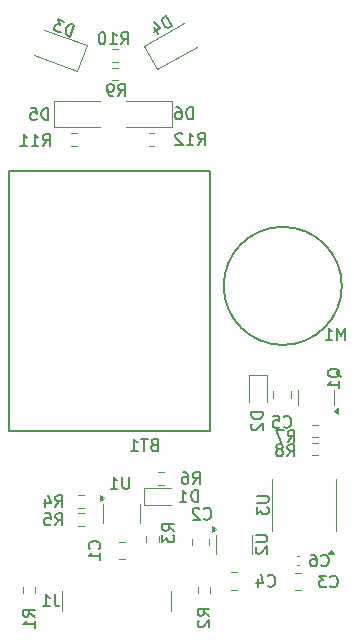
<source format=gbr>
%TF.GenerationSoftware,KiCad,Pcbnew,8.0.4*%
%TF.CreationDate,2024-07-30T22:23:39+03:00*%
%TF.ProjectId,purrChash,70757272-4368-4617-9368-2e6b69636164,rev?*%
%TF.SameCoordinates,Original*%
%TF.FileFunction,Legend,Bot*%
%TF.FilePolarity,Positive*%
%FSLAX46Y46*%
G04 Gerber Fmt 4.6, Leading zero omitted, Abs format (unit mm)*
G04 Created by KiCad (PCBNEW 8.0.4) date 2024-07-30 22:23:39*
%MOMM*%
%LPD*%
G01*
G04 APERTURE LIST*
%ADD10C,0.150000*%
%ADD11C,0.120000*%
G04 APERTURE END LIST*
D10*
X18660000Y-41980000D02*
X35660000Y-41980000D01*
X35660000Y-63980000D01*
X18660000Y-63980000D01*
X18660000Y-41980000D01*
X46810000Y-51700000D02*
G75*
G02*
X36810000Y-51700000I-5000000J0D01*
G01*
X36810000Y-51700000D02*
G75*
G02*
X46810000Y-51700000I5000000J0D01*
G01*
X45066666Y-75359580D02*
X45114285Y-75407200D01*
X45114285Y-75407200D02*
X45257142Y-75454819D01*
X45257142Y-75454819D02*
X45352380Y-75454819D01*
X45352380Y-75454819D02*
X45495237Y-75407200D01*
X45495237Y-75407200D02*
X45590475Y-75311961D01*
X45590475Y-75311961D02*
X45638094Y-75216723D01*
X45638094Y-75216723D02*
X45685713Y-75026247D01*
X45685713Y-75026247D02*
X45685713Y-74883390D01*
X45685713Y-74883390D02*
X45638094Y-74692914D01*
X45638094Y-74692914D02*
X45590475Y-74597676D01*
X45590475Y-74597676D02*
X45495237Y-74502438D01*
X45495237Y-74502438D02*
X45352380Y-74454819D01*
X45352380Y-74454819D02*
X45257142Y-74454819D01*
X45257142Y-74454819D02*
X45114285Y-74502438D01*
X45114285Y-74502438D02*
X45066666Y-74550057D01*
X44209523Y-74454819D02*
X44399999Y-74454819D01*
X44399999Y-74454819D02*
X44495237Y-74502438D01*
X44495237Y-74502438D02*
X44542856Y-74550057D01*
X44542856Y-74550057D02*
X44638094Y-74692914D01*
X44638094Y-74692914D02*
X44685713Y-74883390D01*
X44685713Y-74883390D02*
X44685713Y-75264342D01*
X44685713Y-75264342D02*
X44638094Y-75359580D01*
X44638094Y-75359580D02*
X44590475Y-75407200D01*
X44590475Y-75407200D02*
X44495237Y-75454819D01*
X44495237Y-75454819D02*
X44304761Y-75454819D01*
X44304761Y-75454819D02*
X44209523Y-75407200D01*
X44209523Y-75407200D02*
X44161904Y-75359580D01*
X44161904Y-75359580D02*
X44114285Y-75264342D01*
X44114285Y-75264342D02*
X44114285Y-75026247D01*
X44114285Y-75026247D02*
X44161904Y-74931009D01*
X44161904Y-74931009D02*
X44209523Y-74883390D01*
X44209523Y-74883390D02*
X44304761Y-74835771D01*
X44304761Y-74835771D02*
X44495237Y-74835771D01*
X44495237Y-74835771D02*
X44590475Y-74883390D01*
X44590475Y-74883390D02*
X44638094Y-74931009D01*
X44638094Y-74931009D02*
X44685713Y-75026247D01*
X39512319Y-72808095D02*
X40321842Y-72808095D01*
X40321842Y-72808095D02*
X40417080Y-72855714D01*
X40417080Y-72855714D02*
X40464700Y-72903333D01*
X40464700Y-72903333D02*
X40512319Y-72998571D01*
X40512319Y-72998571D02*
X40512319Y-73189047D01*
X40512319Y-73189047D02*
X40464700Y-73284285D01*
X40464700Y-73284285D02*
X40417080Y-73331904D01*
X40417080Y-73331904D02*
X40321842Y-73379523D01*
X40321842Y-73379523D02*
X39512319Y-73379523D01*
X39607557Y-73808095D02*
X39559938Y-73855714D01*
X39559938Y-73855714D02*
X39512319Y-73950952D01*
X39512319Y-73950952D02*
X39512319Y-74189047D01*
X39512319Y-74189047D02*
X39559938Y-74284285D01*
X39559938Y-74284285D02*
X39607557Y-74331904D01*
X39607557Y-74331904D02*
X39702795Y-74379523D01*
X39702795Y-74379523D02*
X39798033Y-74379523D01*
X39798033Y-74379523D02*
X39940890Y-74331904D01*
X39940890Y-74331904D02*
X40512319Y-73760476D01*
X40512319Y-73760476D02*
X40512319Y-74379523D01*
X21502857Y-39854819D02*
X21836190Y-39378628D01*
X22074285Y-39854819D02*
X22074285Y-38854819D01*
X22074285Y-38854819D02*
X21693333Y-38854819D01*
X21693333Y-38854819D02*
X21598095Y-38902438D01*
X21598095Y-38902438D02*
X21550476Y-38950057D01*
X21550476Y-38950057D02*
X21502857Y-39045295D01*
X21502857Y-39045295D02*
X21502857Y-39188152D01*
X21502857Y-39188152D02*
X21550476Y-39283390D01*
X21550476Y-39283390D02*
X21598095Y-39331009D01*
X21598095Y-39331009D02*
X21693333Y-39378628D01*
X21693333Y-39378628D02*
X22074285Y-39378628D01*
X20550476Y-39854819D02*
X21121904Y-39854819D01*
X20836190Y-39854819D02*
X20836190Y-38854819D01*
X20836190Y-38854819D02*
X20931428Y-38997676D01*
X20931428Y-38997676D02*
X21026666Y-39092914D01*
X21026666Y-39092914D02*
X21121904Y-39140533D01*
X19598095Y-39854819D02*
X20169523Y-39854819D01*
X19883809Y-39854819D02*
X19883809Y-38854819D01*
X19883809Y-38854819D02*
X19979047Y-38997676D01*
X19979047Y-38997676D02*
X20074285Y-39092914D01*
X20074285Y-39092914D02*
X20169523Y-39140533D01*
X28801904Y-67874819D02*
X28801904Y-68684342D01*
X28801904Y-68684342D02*
X28754285Y-68779580D01*
X28754285Y-68779580D02*
X28706666Y-68827200D01*
X28706666Y-68827200D02*
X28611428Y-68874819D01*
X28611428Y-68874819D02*
X28420952Y-68874819D01*
X28420952Y-68874819D02*
X28325714Y-68827200D01*
X28325714Y-68827200D02*
X28278095Y-68779580D01*
X28278095Y-68779580D02*
X28230476Y-68684342D01*
X28230476Y-68684342D02*
X28230476Y-67874819D01*
X27230476Y-68874819D02*
X27801904Y-68874819D01*
X27516190Y-68874819D02*
X27516190Y-67874819D01*
X27516190Y-67874819D02*
X27611428Y-68017676D01*
X27611428Y-68017676D02*
X27706666Y-68112914D01*
X27706666Y-68112914D02*
X27801904Y-68160533D01*
X35594819Y-79653333D02*
X35118628Y-79320000D01*
X35594819Y-79081905D02*
X34594819Y-79081905D01*
X34594819Y-79081905D02*
X34594819Y-79462857D01*
X34594819Y-79462857D02*
X34642438Y-79558095D01*
X34642438Y-79558095D02*
X34690057Y-79605714D01*
X34690057Y-79605714D02*
X34785295Y-79653333D01*
X34785295Y-79653333D02*
X34928152Y-79653333D01*
X34928152Y-79653333D02*
X35023390Y-79605714D01*
X35023390Y-79605714D02*
X35071009Y-79558095D01*
X35071009Y-79558095D02*
X35118628Y-79462857D01*
X35118628Y-79462857D02*
X35118628Y-79081905D01*
X34690057Y-80034286D02*
X34642438Y-80081905D01*
X34642438Y-80081905D02*
X34594819Y-80177143D01*
X34594819Y-80177143D02*
X34594819Y-80415238D01*
X34594819Y-80415238D02*
X34642438Y-80510476D01*
X34642438Y-80510476D02*
X34690057Y-80558095D01*
X34690057Y-80558095D02*
X34785295Y-80605714D01*
X34785295Y-80605714D02*
X34880533Y-80605714D01*
X34880533Y-80605714D02*
X35023390Y-80558095D01*
X35023390Y-80558095D02*
X35594819Y-79986667D01*
X35594819Y-79986667D02*
X35594819Y-80605714D01*
X47109523Y-56264819D02*
X47109523Y-55264819D01*
X47109523Y-55264819D02*
X46776190Y-55979104D01*
X46776190Y-55979104D02*
X46442857Y-55264819D01*
X46442857Y-55264819D02*
X46442857Y-56264819D01*
X45442857Y-56264819D02*
X46014285Y-56264819D01*
X45728571Y-56264819D02*
X45728571Y-55264819D01*
X45728571Y-55264819D02*
X45823809Y-55407676D01*
X45823809Y-55407676D02*
X45919047Y-55502914D01*
X45919047Y-55502914D02*
X46014285Y-55550533D01*
X22493333Y-77814819D02*
X22493333Y-78529104D01*
X22493333Y-78529104D02*
X22540952Y-78671961D01*
X22540952Y-78671961D02*
X22636190Y-78767200D01*
X22636190Y-78767200D02*
X22779047Y-78814819D01*
X22779047Y-78814819D02*
X22874285Y-78814819D01*
X21493333Y-78814819D02*
X22064761Y-78814819D01*
X21779047Y-78814819D02*
X21779047Y-77814819D01*
X21779047Y-77814819D02*
X21874285Y-77957676D01*
X21874285Y-77957676D02*
X21969523Y-78052914D01*
X21969523Y-78052914D02*
X22064761Y-78100533D01*
X21948094Y-37634819D02*
X21948094Y-36634819D01*
X21948094Y-36634819D02*
X21709999Y-36634819D01*
X21709999Y-36634819D02*
X21567142Y-36682438D01*
X21567142Y-36682438D02*
X21471904Y-36777676D01*
X21471904Y-36777676D02*
X21424285Y-36872914D01*
X21424285Y-36872914D02*
X21376666Y-37063390D01*
X21376666Y-37063390D02*
X21376666Y-37206247D01*
X21376666Y-37206247D02*
X21424285Y-37396723D01*
X21424285Y-37396723D02*
X21471904Y-37491961D01*
X21471904Y-37491961D02*
X21567142Y-37587200D01*
X21567142Y-37587200D02*
X21709999Y-37634819D01*
X21709999Y-37634819D02*
X21948094Y-37634819D01*
X20471904Y-36634819D02*
X20948094Y-36634819D01*
X20948094Y-36634819D02*
X20995713Y-37111009D01*
X20995713Y-37111009D02*
X20948094Y-37063390D01*
X20948094Y-37063390D02*
X20852856Y-37015771D01*
X20852856Y-37015771D02*
X20614761Y-37015771D01*
X20614761Y-37015771D02*
X20519523Y-37063390D01*
X20519523Y-37063390D02*
X20471904Y-37111009D01*
X20471904Y-37111009D02*
X20424285Y-37206247D01*
X20424285Y-37206247D02*
X20424285Y-37444342D01*
X20424285Y-37444342D02*
X20471904Y-37539580D01*
X20471904Y-37539580D02*
X20519523Y-37587200D01*
X20519523Y-37587200D02*
X20614761Y-37634819D01*
X20614761Y-37634819D02*
X20852856Y-37634819D01*
X20852856Y-37634819D02*
X20948094Y-37587200D01*
X20948094Y-37587200D02*
X20995713Y-37539580D01*
X30905714Y-65131009D02*
X30762857Y-65178628D01*
X30762857Y-65178628D02*
X30715238Y-65226247D01*
X30715238Y-65226247D02*
X30667619Y-65321485D01*
X30667619Y-65321485D02*
X30667619Y-65464342D01*
X30667619Y-65464342D02*
X30715238Y-65559580D01*
X30715238Y-65559580D02*
X30762857Y-65607200D01*
X30762857Y-65607200D02*
X30858095Y-65654819D01*
X30858095Y-65654819D02*
X31239047Y-65654819D01*
X31239047Y-65654819D02*
X31239047Y-64654819D01*
X31239047Y-64654819D02*
X30905714Y-64654819D01*
X30905714Y-64654819D02*
X30810476Y-64702438D01*
X30810476Y-64702438D02*
X30762857Y-64750057D01*
X30762857Y-64750057D02*
X30715238Y-64845295D01*
X30715238Y-64845295D02*
X30715238Y-64940533D01*
X30715238Y-64940533D02*
X30762857Y-65035771D01*
X30762857Y-65035771D02*
X30810476Y-65083390D01*
X30810476Y-65083390D02*
X30905714Y-65131009D01*
X30905714Y-65131009D02*
X31239047Y-65131009D01*
X30381904Y-64654819D02*
X29810476Y-64654819D01*
X30096190Y-65654819D02*
X30096190Y-64654819D01*
X28953333Y-65654819D02*
X29524761Y-65654819D01*
X29239047Y-65654819D02*
X29239047Y-64654819D01*
X29239047Y-64654819D02*
X29334285Y-64797676D01*
X29334285Y-64797676D02*
X29429523Y-64892914D01*
X29429523Y-64892914D02*
X29524761Y-64940533D01*
X22566666Y-71958819D02*
X22899999Y-71482628D01*
X23138094Y-71958819D02*
X23138094Y-70958819D01*
X23138094Y-70958819D02*
X22757142Y-70958819D01*
X22757142Y-70958819D02*
X22661904Y-71006438D01*
X22661904Y-71006438D02*
X22614285Y-71054057D01*
X22614285Y-71054057D02*
X22566666Y-71149295D01*
X22566666Y-71149295D02*
X22566666Y-71292152D01*
X22566666Y-71292152D02*
X22614285Y-71387390D01*
X22614285Y-71387390D02*
X22661904Y-71435009D01*
X22661904Y-71435009D02*
X22757142Y-71482628D01*
X22757142Y-71482628D02*
X23138094Y-71482628D01*
X21661904Y-70958819D02*
X22138094Y-70958819D01*
X22138094Y-70958819D02*
X22185713Y-71435009D01*
X22185713Y-71435009D02*
X22138094Y-71387390D01*
X22138094Y-71387390D02*
X22042856Y-71339771D01*
X22042856Y-71339771D02*
X21804761Y-71339771D01*
X21804761Y-71339771D02*
X21709523Y-71387390D01*
X21709523Y-71387390D02*
X21661904Y-71435009D01*
X21661904Y-71435009D02*
X21614285Y-71530247D01*
X21614285Y-71530247D02*
X21614285Y-71768342D01*
X21614285Y-71768342D02*
X21661904Y-71863580D01*
X21661904Y-71863580D02*
X21709523Y-71911200D01*
X21709523Y-71911200D02*
X21804761Y-71958819D01*
X21804761Y-71958819D02*
X22042856Y-71958819D01*
X22042856Y-71958819D02*
X22138094Y-71911200D01*
X22138094Y-71911200D02*
X22185713Y-71863580D01*
X34632857Y-39764819D02*
X34966190Y-39288628D01*
X35204285Y-39764819D02*
X35204285Y-38764819D01*
X35204285Y-38764819D02*
X34823333Y-38764819D01*
X34823333Y-38764819D02*
X34728095Y-38812438D01*
X34728095Y-38812438D02*
X34680476Y-38860057D01*
X34680476Y-38860057D02*
X34632857Y-38955295D01*
X34632857Y-38955295D02*
X34632857Y-39098152D01*
X34632857Y-39098152D02*
X34680476Y-39193390D01*
X34680476Y-39193390D02*
X34728095Y-39241009D01*
X34728095Y-39241009D02*
X34823333Y-39288628D01*
X34823333Y-39288628D02*
X35204285Y-39288628D01*
X33680476Y-39764819D02*
X34251904Y-39764819D01*
X33966190Y-39764819D02*
X33966190Y-38764819D01*
X33966190Y-38764819D02*
X34061428Y-38907676D01*
X34061428Y-38907676D02*
X34156666Y-39002914D01*
X34156666Y-39002914D02*
X34251904Y-39050533D01*
X33299523Y-38860057D02*
X33251904Y-38812438D01*
X33251904Y-38812438D02*
X33156666Y-38764819D01*
X33156666Y-38764819D02*
X32918571Y-38764819D01*
X32918571Y-38764819D02*
X32823333Y-38812438D01*
X32823333Y-38812438D02*
X32775714Y-38860057D01*
X32775714Y-38860057D02*
X32728095Y-38955295D01*
X32728095Y-38955295D02*
X32728095Y-39050533D01*
X32728095Y-39050533D02*
X32775714Y-39193390D01*
X32775714Y-39193390D02*
X33347142Y-39764819D01*
X33347142Y-39764819D02*
X32728095Y-39764819D01*
X26269580Y-73943333D02*
X26317200Y-73895714D01*
X26317200Y-73895714D02*
X26364819Y-73752857D01*
X26364819Y-73752857D02*
X26364819Y-73657619D01*
X26364819Y-73657619D02*
X26317200Y-73514762D01*
X26317200Y-73514762D02*
X26221961Y-73419524D01*
X26221961Y-73419524D02*
X26126723Y-73371905D01*
X26126723Y-73371905D02*
X25936247Y-73324286D01*
X25936247Y-73324286D02*
X25793390Y-73324286D01*
X25793390Y-73324286D02*
X25602914Y-73371905D01*
X25602914Y-73371905D02*
X25507676Y-73419524D01*
X25507676Y-73419524D02*
X25412438Y-73514762D01*
X25412438Y-73514762D02*
X25364819Y-73657619D01*
X25364819Y-73657619D02*
X25364819Y-73752857D01*
X25364819Y-73752857D02*
X25412438Y-73895714D01*
X25412438Y-73895714D02*
X25460057Y-73943333D01*
X26364819Y-74895714D02*
X26364819Y-74324286D01*
X26364819Y-74610000D02*
X25364819Y-74610000D01*
X25364819Y-74610000D02*
X25507676Y-74514762D01*
X25507676Y-74514762D02*
X25602914Y-74419524D01*
X25602914Y-74419524D02*
X25650533Y-74324286D01*
X35126666Y-71389580D02*
X35174285Y-71437200D01*
X35174285Y-71437200D02*
X35317142Y-71484819D01*
X35317142Y-71484819D02*
X35412380Y-71484819D01*
X35412380Y-71484819D02*
X35555237Y-71437200D01*
X35555237Y-71437200D02*
X35650475Y-71341961D01*
X35650475Y-71341961D02*
X35698094Y-71246723D01*
X35698094Y-71246723D02*
X35745713Y-71056247D01*
X35745713Y-71056247D02*
X35745713Y-70913390D01*
X35745713Y-70913390D02*
X35698094Y-70722914D01*
X35698094Y-70722914D02*
X35650475Y-70627676D01*
X35650475Y-70627676D02*
X35555237Y-70532438D01*
X35555237Y-70532438D02*
X35412380Y-70484819D01*
X35412380Y-70484819D02*
X35317142Y-70484819D01*
X35317142Y-70484819D02*
X35174285Y-70532438D01*
X35174285Y-70532438D02*
X35126666Y-70580057D01*
X34745713Y-70580057D02*
X34698094Y-70532438D01*
X34698094Y-70532438D02*
X34602856Y-70484819D01*
X34602856Y-70484819D02*
X34364761Y-70484819D01*
X34364761Y-70484819D02*
X34269523Y-70532438D01*
X34269523Y-70532438D02*
X34221904Y-70580057D01*
X34221904Y-70580057D02*
X34174285Y-70675295D01*
X34174285Y-70675295D02*
X34174285Y-70770533D01*
X34174285Y-70770533D02*
X34221904Y-70913390D01*
X34221904Y-70913390D02*
X34793332Y-71484819D01*
X34793332Y-71484819D02*
X34174285Y-71484819D01*
X45836666Y-77129580D02*
X45884285Y-77177200D01*
X45884285Y-77177200D02*
X46027142Y-77224819D01*
X46027142Y-77224819D02*
X46122380Y-77224819D01*
X46122380Y-77224819D02*
X46265237Y-77177200D01*
X46265237Y-77177200D02*
X46360475Y-77081961D01*
X46360475Y-77081961D02*
X46408094Y-76986723D01*
X46408094Y-76986723D02*
X46455713Y-76796247D01*
X46455713Y-76796247D02*
X46455713Y-76653390D01*
X46455713Y-76653390D02*
X46408094Y-76462914D01*
X46408094Y-76462914D02*
X46360475Y-76367676D01*
X46360475Y-76367676D02*
X46265237Y-76272438D01*
X46265237Y-76272438D02*
X46122380Y-76224819D01*
X46122380Y-76224819D02*
X46027142Y-76224819D01*
X46027142Y-76224819D02*
X45884285Y-76272438D01*
X45884285Y-76272438D02*
X45836666Y-76320057D01*
X45503332Y-76224819D02*
X44884285Y-76224819D01*
X44884285Y-76224819D02*
X45217618Y-76605771D01*
X45217618Y-76605771D02*
X45074761Y-76605771D01*
X45074761Y-76605771D02*
X44979523Y-76653390D01*
X44979523Y-76653390D02*
X44931904Y-76701009D01*
X44931904Y-76701009D02*
X44884285Y-76796247D01*
X44884285Y-76796247D02*
X44884285Y-77034342D01*
X44884285Y-77034342D02*
X44931904Y-77129580D01*
X44931904Y-77129580D02*
X44979523Y-77177200D01*
X44979523Y-77177200D02*
X45074761Y-77224819D01*
X45074761Y-77224819D02*
X45360475Y-77224819D01*
X45360475Y-77224819D02*
X45455713Y-77177200D01*
X45455713Y-77177200D02*
X45503332Y-77129580D01*
X42206666Y-66114819D02*
X42539999Y-65638628D01*
X42778094Y-66114819D02*
X42778094Y-65114819D01*
X42778094Y-65114819D02*
X42397142Y-65114819D01*
X42397142Y-65114819D02*
X42301904Y-65162438D01*
X42301904Y-65162438D02*
X42254285Y-65210057D01*
X42254285Y-65210057D02*
X42206666Y-65305295D01*
X42206666Y-65305295D02*
X42206666Y-65448152D01*
X42206666Y-65448152D02*
X42254285Y-65543390D01*
X42254285Y-65543390D02*
X42301904Y-65591009D01*
X42301904Y-65591009D02*
X42397142Y-65638628D01*
X42397142Y-65638628D02*
X42778094Y-65638628D01*
X41635237Y-65543390D02*
X41730475Y-65495771D01*
X41730475Y-65495771D02*
X41778094Y-65448152D01*
X41778094Y-65448152D02*
X41825713Y-65352914D01*
X41825713Y-65352914D02*
X41825713Y-65305295D01*
X41825713Y-65305295D02*
X41778094Y-65210057D01*
X41778094Y-65210057D02*
X41730475Y-65162438D01*
X41730475Y-65162438D02*
X41635237Y-65114819D01*
X41635237Y-65114819D02*
X41444761Y-65114819D01*
X41444761Y-65114819D02*
X41349523Y-65162438D01*
X41349523Y-65162438D02*
X41301904Y-65210057D01*
X41301904Y-65210057D02*
X41254285Y-65305295D01*
X41254285Y-65305295D02*
X41254285Y-65352914D01*
X41254285Y-65352914D02*
X41301904Y-65448152D01*
X41301904Y-65448152D02*
X41349523Y-65495771D01*
X41349523Y-65495771D02*
X41444761Y-65543390D01*
X41444761Y-65543390D02*
X41635237Y-65543390D01*
X41635237Y-65543390D02*
X41730475Y-65591009D01*
X41730475Y-65591009D02*
X41778094Y-65638628D01*
X41778094Y-65638628D02*
X41825713Y-65733866D01*
X41825713Y-65733866D02*
X41825713Y-65924342D01*
X41825713Y-65924342D02*
X41778094Y-66019580D01*
X41778094Y-66019580D02*
X41730475Y-66067200D01*
X41730475Y-66067200D02*
X41635237Y-66114819D01*
X41635237Y-66114819D02*
X41444761Y-66114819D01*
X41444761Y-66114819D02*
X41349523Y-66067200D01*
X41349523Y-66067200D02*
X41301904Y-66019580D01*
X41301904Y-66019580D02*
X41254285Y-65924342D01*
X41254285Y-65924342D02*
X41254285Y-65733866D01*
X41254285Y-65733866D02*
X41301904Y-65638628D01*
X41301904Y-65638628D02*
X41349523Y-65591009D01*
X41349523Y-65591009D02*
X41444761Y-65543390D01*
X41906666Y-63609580D02*
X41954285Y-63657200D01*
X41954285Y-63657200D02*
X42097142Y-63704819D01*
X42097142Y-63704819D02*
X42192380Y-63704819D01*
X42192380Y-63704819D02*
X42335237Y-63657200D01*
X42335237Y-63657200D02*
X42430475Y-63561961D01*
X42430475Y-63561961D02*
X42478094Y-63466723D01*
X42478094Y-63466723D02*
X42525713Y-63276247D01*
X42525713Y-63276247D02*
X42525713Y-63133390D01*
X42525713Y-63133390D02*
X42478094Y-62942914D01*
X42478094Y-62942914D02*
X42430475Y-62847676D01*
X42430475Y-62847676D02*
X42335237Y-62752438D01*
X42335237Y-62752438D02*
X42192380Y-62704819D01*
X42192380Y-62704819D02*
X42097142Y-62704819D01*
X42097142Y-62704819D02*
X41954285Y-62752438D01*
X41954285Y-62752438D02*
X41906666Y-62800057D01*
X41001904Y-62704819D02*
X41478094Y-62704819D01*
X41478094Y-62704819D02*
X41525713Y-63181009D01*
X41525713Y-63181009D02*
X41478094Y-63133390D01*
X41478094Y-63133390D02*
X41382856Y-63085771D01*
X41382856Y-63085771D02*
X41144761Y-63085771D01*
X41144761Y-63085771D02*
X41049523Y-63133390D01*
X41049523Y-63133390D02*
X41001904Y-63181009D01*
X41001904Y-63181009D02*
X40954285Y-63276247D01*
X40954285Y-63276247D02*
X40954285Y-63514342D01*
X40954285Y-63514342D02*
X41001904Y-63609580D01*
X41001904Y-63609580D02*
X41049523Y-63657200D01*
X41049523Y-63657200D02*
X41144761Y-63704819D01*
X41144761Y-63704819D02*
X41382856Y-63704819D01*
X41382856Y-63704819D02*
X41478094Y-63657200D01*
X41478094Y-63657200D02*
X41525713Y-63609580D01*
X34608094Y-69994819D02*
X34608094Y-68994819D01*
X34608094Y-68994819D02*
X34369999Y-68994819D01*
X34369999Y-68994819D02*
X34227142Y-69042438D01*
X34227142Y-69042438D02*
X34131904Y-69137676D01*
X34131904Y-69137676D02*
X34084285Y-69232914D01*
X34084285Y-69232914D02*
X34036666Y-69423390D01*
X34036666Y-69423390D02*
X34036666Y-69566247D01*
X34036666Y-69566247D02*
X34084285Y-69756723D01*
X34084285Y-69756723D02*
X34131904Y-69851961D01*
X34131904Y-69851961D02*
X34227142Y-69947200D01*
X34227142Y-69947200D02*
X34369999Y-69994819D01*
X34369999Y-69994819D02*
X34608094Y-69994819D01*
X33084285Y-69994819D02*
X33655713Y-69994819D01*
X33369999Y-69994819D02*
X33369999Y-68994819D01*
X33369999Y-68994819D02*
X33465237Y-69137676D01*
X33465237Y-69137676D02*
X33560475Y-69232914D01*
X33560475Y-69232914D02*
X33655713Y-69280533D01*
X39604819Y-69480595D02*
X40414342Y-69480595D01*
X40414342Y-69480595D02*
X40509580Y-69528214D01*
X40509580Y-69528214D02*
X40557200Y-69575833D01*
X40557200Y-69575833D02*
X40604819Y-69671071D01*
X40604819Y-69671071D02*
X40604819Y-69861547D01*
X40604819Y-69861547D02*
X40557200Y-69956785D01*
X40557200Y-69956785D02*
X40509580Y-70004404D01*
X40509580Y-70004404D02*
X40414342Y-70052023D01*
X40414342Y-70052023D02*
X39604819Y-70052023D01*
X39604819Y-70432976D02*
X39604819Y-71052023D01*
X39604819Y-71052023D02*
X39985771Y-70718690D01*
X39985771Y-70718690D02*
X39985771Y-70861547D01*
X39985771Y-70861547D02*
X40033390Y-70956785D01*
X40033390Y-70956785D02*
X40081009Y-71004404D01*
X40081009Y-71004404D02*
X40176247Y-71052023D01*
X40176247Y-71052023D02*
X40414342Y-71052023D01*
X40414342Y-71052023D02*
X40509580Y-71004404D01*
X40509580Y-71004404D02*
X40557200Y-70956785D01*
X40557200Y-70956785D02*
X40604819Y-70861547D01*
X40604819Y-70861547D02*
X40604819Y-70575833D01*
X40604819Y-70575833D02*
X40557200Y-70480595D01*
X40557200Y-70480595D02*
X40509580Y-70432976D01*
X32446618Y-29684837D02*
X31946618Y-28818812D01*
X31946618Y-28818812D02*
X31740421Y-28937859D01*
X31740421Y-28937859D02*
X31640513Y-29050527D01*
X31640513Y-29050527D02*
X31605653Y-29180625D01*
X31605653Y-29180625D02*
X31612033Y-29286913D01*
X31612033Y-29286913D02*
X31666032Y-29475680D01*
X31666032Y-29475680D02*
X31737460Y-29599398D01*
X31737460Y-29599398D02*
X31873938Y-29740545D01*
X31873938Y-29740545D02*
X31962796Y-29799214D01*
X31962796Y-29799214D02*
X32092894Y-29834074D01*
X32092894Y-29834074D02*
X32240421Y-29803885D01*
X32240421Y-29803885D02*
X32446618Y-29684837D01*
X30876105Y-29821772D02*
X31209439Y-30399123D01*
X30891826Y-29372810D02*
X31455165Y-29872352D01*
X31455165Y-29872352D02*
X30919054Y-30181876D01*
X34196666Y-68464819D02*
X34529999Y-67988628D01*
X34768094Y-68464819D02*
X34768094Y-67464819D01*
X34768094Y-67464819D02*
X34387142Y-67464819D01*
X34387142Y-67464819D02*
X34291904Y-67512438D01*
X34291904Y-67512438D02*
X34244285Y-67560057D01*
X34244285Y-67560057D02*
X34196666Y-67655295D01*
X34196666Y-67655295D02*
X34196666Y-67798152D01*
X34196666Y-67798152D02*
X34244285Y-67893390D01*
X34244285Y-67893390D02*
X34291904Y-67941009D01*
X34291904Y-67941009D02*
X34387142Y-67988628D01*
X34387142Y-67988628D02*
X34768094Y-67988628D01*
X33339523Y-67464819D02*
X33529999Y-67464819D01*
X33529999Y-67464819D02*
X33625237Y-67512438D01*
X33625237Y-67512438D02*
X33672856Y-67560057D01*
X33672856Y-67560057D02*
X33768094Y-67702914D01*
X33768094Y-67702914D02*
X33815713Y-67893390D01*
X33815713Y-67893390D02*
X33815713Y-68274342D01*
X33815713Y-68274342D02*
X33768094Y-68369580D01*
X33768094Y-68369580D02*
X33720475Y-68417200D01*
X33720475Y-68417200D02*
X33625237Y-68464819D01*
X33625237Y-68464819D02*
X33434761Y-68464819D01*
X33434761Y-68464819D02*
X33339523Y-68417200D01*
X33339523Y-68417200D02*
X33291904Y-68369580D01*
X33291904Y-68369580D02*
X33244285Y-68274342D01*
X33244285Y-68274342D02*
X33244285Y-68036247D01*
X33244285Y-68036247D02*
X33291904Y-67941009D01*
X33291904Y-67941009D02*
X33339523Y-67893390D01*
X33339523Y-67893390D02*
X33434761Y-67845771D01*
X33434761Y-67845771D02*
X33625237Y-67845771D01*
X33625237Y-67845771D02*
X33720475Y-67893390D01*
X33720475Y-67893390D02*
X33768094Y-67941009D01*
X33768094Y-67941009D02*
X33815713Y-68036247D01*
X40124819Y-62411905D02*
X39124819Y-62411905D01*
X39124819Y-62411905D02*
X39124819Y-62650000D01*
X39124819Y-62650000D02*
X39172438Y-62792857D01*
X39172438Y-62792857D02*
X39267676Y-62888095D01*
X39267676Y-62888095D02*
X39362914Y-62935714D01*
X39362914Y-62935714D02*
X39553390Y-62983333D01*
X39553390Y-62983333D02*
X39696247Y-62983333D01*
X39696247Y-62983333D02*
X39886723Y-62935714D01*
X39886723Y-62935714D02*
X39981961Y-62888095D01*
X39981961Y-62888095D02*
X40077200Y-62792857D01*
X40077200Y-62792857D02*
X40124819Y-62650000D01*
X40124819Y-62650000D02*
X40124819Y-62411905D01*
X39220057Y-63364286D02*
X39172438Y-63411905D01*
X39172438Y-63411905D02*
X39124819Y-63507143D01*
X39124819Y-63507143D02*
X39124819Y-63745238D01*
X39124819Y-63745238D02*
X39172438Y-63840476D01*
X39172438Y-63840476D02*
X39220057Y-63888095D01*
X39220057Y-63888095D02*
X39315295Y-63935714D01*
X39315295Y-63935714D02*
X39410533Y-63935714D01*
X39410533Y-63935714D02*
X39553390Y-63888095D01*
X39553390Y-63888095D02*
X40124819Y-63316667D01*
X40124819Y-63316667D02*
X40124819Y-63935714D01*
X20804819Y-79693333D02*
X20328628Y-79360000D01*
X20804819Y-79121905D02*
X19804819Y-79121905D01*
X19804819Y-79121905D02*
X19804819Y-79502857D01*
X19804819Y-79502857D02*
X19852438Y-79598095D01*
X19852438Y-79598095D02*
X19900057Y-79645714D01*
X19900057Y-79645714D02*
X19995295Y-79693333D01*
X19995295Y-79693333D02*
X20138152Y-79693333D01*
X20138152Y-79693333D02*
X20233390Y-79645714D01*
X20233390Y-79645714D02*
X20281009Y-79598095D01*
X20281009Y-79598095D02*
X20328628Y-79502857D01*
X20328628Y-79502857D02*
X20328628Y-79121905D01*
X20804819Y-80645714D02*
X20804819Y-80074286D01*
X20804819Y-80360000D02*
X19804819Y-80360000D01*
X19804819Y-80360000D02*
X19947676Y-80264762D01*
X19947676Y-80264762D02*
X20042914Y-80169524D01*
X20042914Y-80169524D02*
X20090533Y-80074286D01*
X40546666Y-77069580D02*
X40594285Y-77117200D01*
X40594285Y-77117200D02*
X40737142Y-77164819D01*
X40737142Y-77164819D02*
X40832380Y-77164819D01*
X40832380Y-77164819D02*
X40975237Y-77117200D01*
X40975237Y-77117200D02*
X41070475Y-77021961D01*
X41070475Y-77021961D02*
X41118094Y-76926723D01*
X41118094Y-76926723D02*
X41165713Y-76736247D01*
X41165713Y-76736247D02*
X41165713Y-76593390D01*
X41165713Y-76593390D02*
X41118094Y-76402914D01*
X41118094Y-76402914D02*
X41070475Y-76307676D01*
X41070475Y-76307676D02*
X40975237Y-76212438D01*
X40975237Y-76212438D02*
X40832380Y-76164819D01*
X40832380Y-76164819D02*
X40737142Y-76164819D01*
X40737142Y-76164819D02*
X40594285Y-76212438D01*
X40594285Y-76212438D02*
X40546666Y-76260057D01*
X39689523Y-76498152D02*
X39689523Y-77164819D01*
X39927618Y-76117200D02*
X40165713Y-76831485D01*
X40165713Y-76831485D02*
X39546666Y-76831485D01*
X28132857Y-31234819D02*
X28466190Y-30758628D01*
X28704285Y-31234819D02*
X28704285Y-30234819D01*
X28704285Y-30234819D02*
X28323333Y-30234819D01*
X28323333Y-30234819D02*
X28228095Y-30282438D01*
X28228095Y-30282438D02*
X28180476Y-30330057D01*
X28180476Y-30330057D02*
X28132857Y-30425295D01*
X28132857Y-30425295D02*
X28132857Y-30568152D01*
X28132857Y-30568152D02*
X28180476Y-30663390D01*
X28180476Y-30663390D02*
X28228095Y-30711009D01*
X28228095Y-30711009D02*
X28323333Y-30758628D01*
X28323333Y-30758628D02*
X28704285Y-30758628D01*
X27180476Y-31234819D02*
X27751904Y-31234819D01*
X27466190Y-31234819D02*
X27466190Y-30234819D01*
X27466190Y-30234819D02*
X27561428Y-30377676D01*
X27561428Y-30377676D02*
X27656666Y-30472914D01*
X27656666Y-30472914D02*
X27751904Y-30520533D01*
X26561428Y-30234819D02*
X26466190Y-30234819D01*
X26466190Y-30234819D02*
X26370952Y-30282438D01*
X26370952Y-30282438D02*
X26323333Y-30330057D01*
X26323333Y-30330057D02*
X26275714Y-30425295D01*
X26275714Y-30425295D02*
X26228095Y-30615771D01*
X26228095Y-30615771D02*
X26228095Y-30853866D01*
X26228095Y-30853866D02*
X26275714Y-31044342D01*
X26275714Y-31044342D02*
X26323333Y-31139580D01*
X26323333Y-31139580D02*
X26370952Y-31187200D01*
X26370952Y-31187200D02*
X26466190Y-31234819D01*
X26466190Y-31234819D02*
X26561428Y-31234819D01*
X26561428Y-31234819D02*
X26656666Y-31187200D01*
X26656666Y-31187200D02*
X26704285Y-31139580D01*
X26704285Y-31139580D02*
X26751904Y-31044342D01*
X26751904Y-31044342D02*
X26799523Y-30853866D01*
X26799523Y-30853866D02*
X26799523Y-30615771D01*
X26799523Y-30615771D02*
X26751904Y-30425295D01*
X26751904Y-30425295D02*
X26704285Y-30330057D01*
X26704285Y-30330057D02*
X26656666Y-30282438D01*
X26656666Y-30282438D02*
X26561428Y-30234819D01*
X32624819Y-72443333D02*
X32148628Y-72110000D01*
X32624819Y-71871905D02*
X31624819Y-71871905D01*
X31624819Y-71871905D02*
X31624819Y-72252857D01*
X31624819Y-72252857D02*
X31672438Y-72348095D01*
X31672438Y-72348095D02*
X31720057Y-72395714D01*
X31720057Y-72395714D02*
X31815295Y-72443333D01*
X31815295Y-72443333D02*
X31958152Y-72443333D01*
X31958152Y-72443333D02*
X32053390Y-72395714D01*
X32053390Y-72395714D02*
X32101009Y-72348095D01*
X32101009Y-72348095D02*
X32148628Y-72252857D01*
X32148628Y-72252857D02*
X32148628Y-71871905D01*
X31624819Y-72776667D02*
X31624819Y-73395714D01*
X31624819Y-73395714D02*
X32005771Y-73062381D01*
X32005771Y-73062381D02*
X32005771Y-73205238D01*
X32005771Y-73205238D02*
X32053390Y-73300476D01*
X32053390Y-73300476D02*
X32101009Y-73348095D01*
X32101009Y-73348095D02*
X32196247Y-73395714D01*
X32196247Y-73395714D02*
X32434342Y-73395714D01*
X32434342Y-73395714D02*
X32529580Y-73348095D01*
X32529580Y-73348095D02*
X32577200Y-73300476D01*
X32577200Y-73300476D02*
X32624819Y-73205238D01*
X32624819Y-73205238D02*
X32624819Y-72919524D01*
X32624819Y-72919524D02*
X32577200Y-72824286D01*
X32577200Y-72824286D02*
X32529580Y-72776667D01*
X34208094Y-37584819D02*
X34208094Y-36584819D01*
X34208094Y-36584819D02*
X33969999Y-36584819D01*
X33969999Y-36584819D02*
X33827142Y-36632438D01*
X33827142Y-36632438D02*
X33731904Y-36727676D01*
X33731904Y-36727676D02*
X33684285Y-36822914D01*
X33684285Y-36822914D02*
X33636666Y-37013390D01*
X33636666Y-37013390D02*
X33636666Y-37156247D01*
X33636666Y-37156247D02*
X33684285Y-37346723D01*
X33684285Y-37346723D02*
X33731904Y-37441961D01*
X33731904Y-37441961D02*
X33827142Y-37537200D01*
X33827142Y-37537200D02*
X33969999Y-37584819D01*
X33969999Y-37584819D02*
X34208094Y-37584819D01*
X32779523Y-36584819D02*
X32969999Y-36584819D01*
X32969999Y-36584819D02*
X33065237Y-36632438D01*
X33065237Y-36632438D02*
X33112856Y-36680057D01*
X33112856Y-36680057D02*
X33208094Y-36822914D01*
X33208094Y-36822914D02*
X33255713Y-37013390D01*
X33255713Y-37013390D02*
X33255713Y-37394342D01*
X33255713Y-37394342D02*
X33208094Y-37489580D01*
X33208094Y-37489580D02*
X33160475Y-37537200D01*
X33160475Y-37537200D02*
X33065237Y-37584819D01*
X33065237Y-37584819D02*
X32874761Y-37584819D01*
X32874761Y-37584819D02*
X32779523Y-37537200D01*
X32779523Y-37537200D02*
X32731904Y-37489580D01*
X32731904Y-37489580D02*
X32684285Y-37394342D01*
X32684285Y-37394342D02*
X32684285Y-37156247D01*
X32684285Y-37156247D02*
X32731904Y-37061009D01*
X32731904Y-37061009D02*
X32779523Y-37013390D01*
X32779523Y-37013390D02*
X32874761Y-36965771D01*
X32874761Y-36965771D02*
X33065237Y-36965771D01*
X33065237Y-36965771D02*
X33160475Y-37013390D01*
X33160475Y-37013390D02*
X33208094Y-37061009D01*
X33208094Y-37061009D02*
X33255713Y-37156247D01*
X46707557Y-59454761D02*
X46659938Y-59359523D01*
X46659938Y-59359523D02*
X46564700Y-59264285D01*
X46564700Y-59264285D02*
X46421842Y-59121428D01*
X46421842Y-59121428D02*
X46374223Y-59026190D01*
X46374223Y-59026190D02*
X46374223Y-58930952D01*
X46612319Y-58978571D02*
X46564700Y-58883333D01*
X46564700Y-58883333D02*
X46469461Y-58788095D01*
X46469461Y-58788095D02*
X46278985Y-58740476D01*
X46278985Y-58740476D02*
X45945652Y-58740476D01*
X45945652Y-58740476D02*
X45755176Y-58788095D01*
X45755176Y-58788095D02*
X45659938Y-58883333D01*
X45659938Y-58883333D02*
X45612319Y-58978571D01*
X45612319Y-58978571D02*
X45612319Y-59169047D01*
X45612319Y-59169047D02*
X45659938Y-59264285D01*
X45659938Y-59264285D02*
X45755176Y-59359523D01*
X45755176Y-59359523D02*
X45945652Y-59407142D01*
X45945652Y-59407142D02*
X46278985Y-59407142D01*
X46278985Y-59407142D02*
X46469461Y-59359523D01*
X46469461Y-59359523D02*
X46564700Y-59264285D01*
X46564700Y-59264285D02*
X46612319Y-59169047D01*
X46612319Y-59169047D02*
X46612319Y-58978571D01*
X46612319Y-60359523D02*
X46612319Y-59788095D01*
X46612319Y-60073809D02*
X45612319Y-60073809D01*
X45612319Y-60073809D02*
X45755176Y-59978571D01*
X45755176Y-59978571D02*
X45850414Y-59883333D01*
X45850414Y-59883333D02*
X45898033Y-59788095D01*
X22566666Y-70414819D02*
X22899999Y-69938628D01*
X23138094Y-70414819D02*
X23138094Y-69414819D01*
X23138094Y-69414819D02*
X22757142Y-69414819D01*
X22757142Y-69414819D02*
X22661904Y-69462438D01*
X22661904Y-69462438D02*
X22614285Y-69510057D01*
X22614285Y-69510057D02*
X22566666Y-69605295D01*
X22566666Y-69605295D02*
X22566666Y-69748152D01*
X22566666Y-69748152D02*
X22614285Y-69843390D01*
X22614285Y-69843390D02*
X22661904Y-69891009D01*
X22661904Y-69891009D02*
X22757142Y-69938628D01*
X22757142Y-69938628D02*
X23138094Y-69938628D01*
X21709523Y-69748152D02*
X21709523Y-70414819D01*
X21947618Y-69367200D02*
X22185713Y-70081485D01*
X22185713Y-70081485D02*
X21566666Y-70081485D01*
X42216666Y-64904819D02*
X42549999Y-64428628D01*
X42788094Y-64904819D02*
X42788094Y-63904819D01*
X42788094Y-63904819D02*
X42407142Y-63904819D01*
X42407142Y-63904819D02*
X42311904Y-63952438D01*
X42311904Y-63952438D02*
X42264285Y-64000057D01*
X42264285Y-64000057D02*
X42216666Y-64095295D01*
X42216666Y-64095295D02*
X42216666Y-64238152D01*
X42216666Y-64238152D02*
X42264285Y-64333390D01*
X42264285Y-64333390D02*
X42311904Y-64381009D01*
X42311904Y-64381009D02*
X42407142Y-64428628D01*
X42407142Y-64428628D02*
X42788094Y-64428628D01*
X41883332Y-63904819D02*
X41216666Y-63904819D01*
X41216666Y-63904819D02*
X41645237Y-64904819D01*
X23830501Y-30589591D02*
X24172522Y-29649898D01*
X24172522Y-29649898D02*
X23948785Y-29568465D01*
X23948785Y-29568465D02*
X23798257Y-29564352D01*
X23798257Y-29564352D02*
X23676189Y-29621273D01*
X23676189Y-29621273D02*
X23598868Y-29694481D01*
X23598868Y-29694481D02*
X23488974Y-29857184D01*
X23488974Y-29857184D02*
X23440114Y-29991425D01*
X23440114Y-29991425D02*
X23419715Y-30186701D01*
X23419715Y-30186701D02*
X23431889Y-30292482D01*
X23431889Y-30292482D02*
X23488810Y-30414550D01*
X23488810Y-30414550D02*
X23606765Y-30508158D01*
X23606765Y-30508158D02*
X23830501Y-30589591D01*
X23322323Y-29340451D02*
X22740609Y-29128725D01*
X22740609Y-29128725D02*
X22923546Y-29600710D01*
X22923546Y-29600710D02*
X22789305Y-29551850D01*
X22789305Y-29551850D02*
X22683523Y-29564023D01*
X22683523Y-29564023D02*
X22622490Y-29592484D01*
X22622490Y-29592484D02*
X22545169Y-29665692D01*
X22545169Y-29665692D02*
X22463736Y-29889428D01*
X22463736Y-29889428D02*
X22475909Y-29995209D01*
X22475909Y-29995209D02*
X22504370Y-30056243D01*
X22504370Y-30056243D02*
X22577578Y-30133564D01*
X22577578Y-30133564D02*
X22846062Y-30231284D01*
X22846062Y-30231284D02*
X22951843Y-30219110D01*
X22951843Y-30219110D02*
X23012877Y-30190650D01*
X27876666Y-35624819D02*
X28209999Y-35148628D01*
X28448094Y-35624819D02*
X28448094Y-34624819D01*
X28448094Y-34624819D02*
X28067142Y-34624819D01*
X28067142Y-34624819D02*
X27971904Y-34672438D01*
X27971904Y-34672438D02*
X27924285Y-34720057D01*
X27924285Y-34720057D02*
X27876666Y-34815295D01*
X27876666Y-34815295D02*
X27876666Y-34958152D01*
X27876666Y-34958152D02*
X27924285Y-35053390D01*
X27924285Y-35053390D02*
X27971904Y-35101009D01*
X27971904Y-35101009D02*
X28067142Y-35148628D01*
X28067142Y-35148628D02*
X28448094Y-35148628D01*
X27400475Y-35624819D02*
X27209999Y-35624819D01*
X27209999Y-35624819D02*
X27114761Y-35577200D01*
X27114761Y-35577200D02*
X27067142Y-35529580D01*
X27067142Y-35529580D02*
X26971904Y-35386723D01*
X26971904Y-35386723D02*
X26924285Y-35196247D01*
X26924285Y-35196247D02*
X26924285Y-34815295D01*
X26924285Y-34815295D02*
X26971904Y-34720057D01*
X26971904Y-34720057D02*
X27019523Y-34672438D01*
X27019523Y-34672438D02*
X27114761Y-34624819D01*
X27114761Y-34624819D02*
X27305237Y-34624819D01*
X27305237Y-34624819D02*
X27400475Y-34672438D01*
X27400475Y-34672438D02*
X27448094Y-34720057D01*
X27448094Y-34720057D02*
X27495713Y-34815295D01*
X27495713Y-34815295D02*
X27495713Y-35053390D01*
X27495713Y-35053390D02*
X27448094Y-35148628D01*
X27448094Y-35148628D02*
X27400475Y-35196247D01*
X27400475Y-35196247D02*
X27305237Y-35243866D01*
X27305237Y-35243866D02*
X27114761Y-35243866D01*
X27114761Y-35243866D02*
X27019523Y-35196247D01*
X27019523Y-35196247D02*
X26971904Y-35148628D01*
X26971904Y-35148628D02*
X26924285Y-35053390D01*
D11*
%TO.C,C6*%
X42982164Y-74600000D02*
X43197836Y-74600000D01*
X42982164Y-75320000D02*
X43197836Y-75320000D01*
%TO.C,U2*%
X36117500Y-72780000D02*
X36117500Y-73580000D01*
X36117500Y-74380000D02*
X36117500Y-73580000D01*
X39237500Y-72780000D02*
X39237500Y-73580000D01*
X39237500Y-74380000D02*
X39237500Y-73580000D01*
X36167500Y-72280000D02*
X35837500Y-72520000D01*
X35837500Y-72040000D01*
X36167500Y-72280000D01*
G36*
X36167500Y-72280000D02*
G01*
X35837500Y-72520000D01*
X35837500Y-72040000D01*
X36167500Y-72280000D01*
G37*
%TO.C,R11*%
X24397258Y-38777500D02*
X23922742Y-38777500D01*
X24397258Y-39822500D02*
X23922742Y-39822500D01*
%TO.C,U1*%
X26600000Y-70180000D02*
X26600000Y-70980000D01*
X26600000Y-71780000D02*
X26600000Y-70980000D01*
X29720000Y-70180000D02*
X29720000Y-70980000D01*
X29720000Y-71780000D02*
X29720000Y-70980000D01*
X26650000Y-69680000D02*
X26320000Y-69920000D01*
X26320000Y-69440000D01*
X26650000Y-69680000D01*
G36*
X26650000Y-69680000D02*
G01*
X26320000Y-69920000D01*
X26320000Y-69440000D01*
X26650000Y-69680000D01*
G37*
%TO.C,R2*%
X34597500Y-77202742D02*
X34597500Y-77677258D01*
X35642500Y-77202742D02*
X35642500Y-77677258D01*
%TO.C,J1*%
X23150000Y-79192500D02*
X23150000Y-77562500D01*
X32350000Y-79192500D02*
X32350000Y-77562500D01*
%TO.C,D5*%
X22425000Y-36005000D02*
X22425000Y-38275000D01*
X22425000Y-38275000D02*
X26310000Y-38275000D01*
X26310000Y-36005000D02*
X22425000Y-36005000D01*
%TO.C,R5*%
X24512742Y-70967500D02*
X24987258Y-70967500D01*
X24512742Y-72012500D02*
X24987258Y-72012500D01*
%TO.C,R12*%
X30462742Y-38777500D02*
X30937258Y-38777500D01*
X30462742Y-39822500D02*
X30937258Y-39822500D01*
%TO.C,C1*%
X28431252Y-73355000D02*
X27908748Y-73355000D01*
X28431252Y-74825000D02*
X27908748Y-74825000D01*
%TO.C,C2*%
X34095000Y-73621252D02*
X34095000Y-73098748D01*
X35565000Y-73621252D02*
X35565000Y-73098748D01*
%TO.C,C3*%
X37961252Y-75955000D02*
X37438748Y-75955000D01*
X37961252Y-77425000D02*
X37438748Y-77425000D01*
%TO.C,R8*%
X44302742Y-64997500D02*
X44777258Y-64997500D01*
X44302742Y-66042500D02*
X44777258Y-66042500D01*
%TO.C,C5*%
X41005000Y-61161252D02*
X41005000Y-60638748D01*
X42475000Y-61161252D02*
X42475000Y-60638748D01*
%TO.C,D1*%
X30035000Y-68815000D02*
X30035000Y-70285000D01*
X30035000Y-70285000D02*
X32320000Y-70285000D01*
X32320000Y-68815000D02*
X30035000Y-68815000D01*
%TO.C,U3*%
X40885000Y-68042500D02*
X40885000Y-70242500D01*
X40885000Y-72442500D02*
X40885000Y-70242500D01*
X46355000Y-68042500D02*
X46355000Y-70242500D01*
X46355000Y-72442500D02*
X46355000Y-70242500D01*
X46135000Y-74432500D02*
X45655000Y-74432500D01*
X45895000Y-74102500D01*
X46135000Y-74432500D01*
G36*
X46135000Y-74432500D02*
G01*
X45655000Y-74432500D01*
X45895000Y-74102500D01*
X46135000Y-74432500D01*
G37*
%TO.C,D4*%
X30053632Y-31409561D02*
X31188632Y-33375439D01*
X31188632Y-33375439D02*
X34553141Y-31432939D01*
X33418141Y-29467061D02*
X30053632Y-31409561D01*
%TO.C,R6*%
X31252742Y-67497500D02*
X31727258Y-67497500D01*
X31252742Y-68542500D02*
X31727258Y-68542500D01*
%TO.C,D2*%
X38985000Y-59245000D02*
X38985000Y-61530000D01*
X40455000Y-59245000D02*
X38985000Y-59245000D01*
X40455000Y-61530000D02*
X40455000Y-59245000D01*
%TO.C,R1*%
X19827500Y-77212742D02*
X19827500Y-77687258D01*
X20872500Y-77212742D02*
X20872500Y-77687258D01*
%TO.C,C4*%
X42818748Y-76015000D02*
X43341252Y-76015000D01*
X42818748Y-77485000D02*
X43341252Y-77485000D01*
%TO.C,R10*%
X27382742Y-31657500D02*
X27857258Y-31657500D01*
X27382742Y-32702500D02*
X27857258Y-32702500D01*
%TO.C,R3*%
X30257500Y-73377258D02*
X30257500Y-72902742D01*
X31302500Y-73377258D02*
X31302500Y-72902742D01*
%TO.C,D6*%
X28570000Y-38275000D02*
X32455000Y-38275000D01*
X32455000Y-36005000D02*
X28570000Y-36005000D01*
X32455000Y-38275000D02*
X32455000Y-36005000D01*
%TO.C,Q1*%
X43070000Y-60490000D02*
X43070000Y-61140000D01*
X43070000Y-61790000D02*
X43070000Y-61140000D01*
X46190000Y-60490000D02*
X46190000Y-61140000D01*
X46190000Y-61790000D02*
X46190000Y-61140000D01*
X46470000Y-62542500D02*
X46140000Y-62302500D01*
X46470000Y-62062500D01*
X46470000Y-62542500D01*
G36*
X46470000Y-62542500D02*
G01*
X46140000Y-62302500D01*
X46470000Y-62062500D01*
X46470000Y-62542500D01*
G37*
%TO.C,R4*%
X24512742Y-69437500D02*
X24987258Y-69437500D01*
X24512742Y-70482500D02*
X24987258Y-70482500D01*
%TO.C,R7*%
X44302742Y-63437500D02*
X44777258Y-63437500D01*
X44302742Y-64482500D02*
X44777258Y-64482500D01*
%TO.C,D3*%
X20778299Y-32139319D02*
X24429005Y-33468067D01*
X24429005Y-33468067D02*
X25205391Y-31334965D01*
X25205391Y-31334965D02*
X21554685Y-30006217D01*
%TO.C,R9*%
X27857258Y-33217500D02*
X27382742Y-33217500D01*
X27857258Y-34262500D02*
X27382742Y-34262500D01*
%TD*%
M02*

</source>
